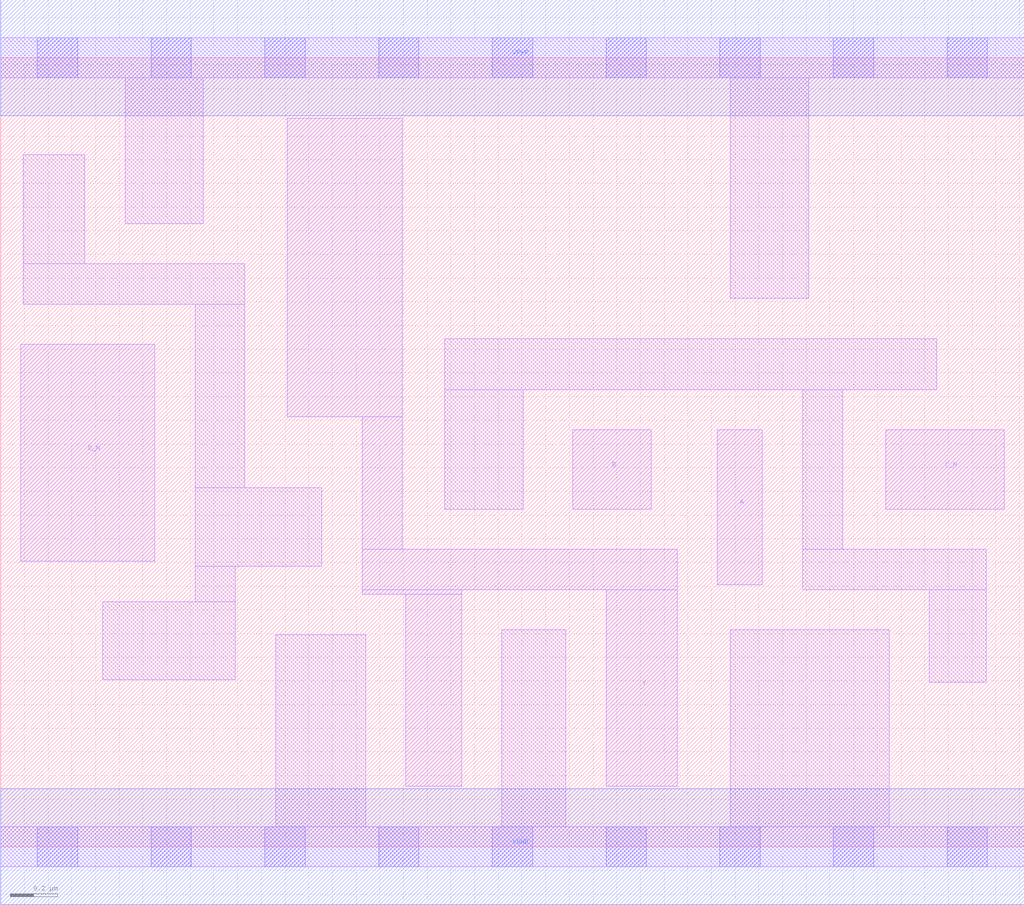
<source format=lef>
# Copyright 2020 The SkyWater PDK Authors
#
# Licensed under the Apache License, Version 2.0 (the "License");
# you may not use this file except in compliance with the License.
# You may obtain a copy of the License at
#
#     https://www.apache.org/licenses/LICENSE-2.0
#
# Unless required by applicable law or agreed to in writing, software
# distributed under the License is distributed on an "AS IS" BASIS,
# WITHOUT WARRANTIES OR CONDITIONS OF ANY KIND, either express or implied.
# See the License for the specific language governing permissions and
# limitations under the License.
#
# SPDX-License-Identifier: Apache-2.0

VERSION 5.7 ;
  NAMESCASESENSITIVE ON ;
  NOWIREEXTENSIONATPIN ON ;
  DIVIDERCHAR "/" ;
  BUSBITCHARS "[]" ;
UNITS
  DATABASE MICRONS 200 ;
END UNITS
MACRO sky130_fd_sc_lp__nor4bb_1
  CLASS CORE ;
  FOREIGN sky130_fd_sc_lp__nor4bb_1 ;
  ORIGIN  0.000000  0.000000 ;
  SIZE  4.320000 BY  3.330000 ;
  SYMMETRY X Y R90 ;
  SITE unit ;
  PIN A
    ANTENNAGATEAREA  0.315000 ;
    DIRECTION INPUT ;
    USE SIGNAL ;
    PORT
      LAYER li1 ;
        RECT 3.025000 1.105000 3.215000 1.760000 ;
    END
  END A
  PIN B
    ANTENNAGATEAREA  0.315000 ;
    DIRECTION INPUT ;
    USE SIGNAL ;
    PORT
      LAYER li1 ;
        RECT 2.415000 1.425000 2.745000 1.760000 ;
    END
  END B
  PIN C_N
    ANTENNAGATEAREA  0.126000 ;
    DIRECTION INPUT ;
    USE SIGNAL ;
    PORT
      LAYER li1 ;
        RECT 3.735000 1.425000 4.235000 1.760000 ;
    END
  END C_N
  PIN D_N
    ANTENNAGATEAREA  0.126000 ;
    DIRECTION INPUT ;
    USE SIGNAL ;
    PORT
      LAYER li1 ;
        RECT 0.085000 1.205000 0.650000 2.120000 ;
    END
  END D_N
  PIN Y
    ANTENNADIFFAREA  0.842100 ;
    DIRECTION OUTPUT ;
    USE SIGNAL ;
    PORT
      LAYER li1 ;
        RECT 1.210000 1.815000 1.695000 3.075000 ;
        RECT 1.525000 1.065000 1.945000 1.085000 ;
        RECT 1.525000 1.085000 2.855000 1.255000 ;
        RECT 1.525000 1.255000 1.695000 1.815000 ;
        RECT 1.710000 0.255000 1.945000 1.065000 ;
        RECT 2.555000 0.255000 2.855000 1.085000 ;
    END
  END Y
  PIN VGND
    DIRECTION INOUT ;
    USE GROUND ;
    PORT
      LAYER met1 ;
        RECT 0.000000 -0.245000 4.320000 0.245000 ;
    END
  END VGND
  PIN VPWR
    DIRECTION INOUT ;
    USE POWER ;
    PORT
      LAYER met1 ;
        RECT 0.000000 3.085000 4.320000 3.575000 ;
    END
  END VPWR
  OBS
    LAYER li1 ;
      RECT 0.000000 -0.085000 4.320000 0.085000 ;
      RECT 0.000000  3.245000 4.320000 3.415000 ;
      RECT 0.095000  2.290000 1.030000 2.460000 ;
      RECT 0.095000  2.460000 0.355000 2.920000 ;
      RECT 0.430000  0.705000 0.990000 1.035000 ;
      RECT 0.525000  2.630000 0.855000 3.245000 ;
      RECT 0.820000  1.035000 0.990000 1.185000 ;
      RECT 0.820000  1.185000 1.355000 1.515000 ;
      RECT 0.820000  1.515000 1.030000 2.290000 ;
      RECT 1.160000  0.085000 1.540000 0.895000 ;
      RECT 1.875000  1.425000 2.205000 1.930000 ;
      RECT 1.875000  1.930000 3.950000 2.145000 ;
      RECT 2.115000  0.085000 2.385000 0.915000 ;
      RECT 3.080000  0.085000 3.750000 0.915000 ;
      RECT 3.080000  2.315000 3.410000 3.245000 ;
      RECT 3.385000  1.085000 4.160000 1.255000 ;
      RECT 3.385000  1.255000 3.555000 1.930000 ;
      RECT 3.920000  0.695000 4.160000 1.085000 ;
    LAYER mcon ;
      RECT 0.155000 -0.085000 0.325000 0.085000 ;
      RECT 0.155000  3.245000 0.325000 3.415000 ;
      RECT 0.635000 -0.085000 0.805000 0.085000 ;
      RECT 0.635000  3.245000 0.805000 3.415000 ;
      RECT 1.115000 -0.085000 1.285000 0.085000 ;
      RECT 1.115000  3.245000 1.285000 3.415000 ;
      RECT 1.595000 -0.085000 1.765000 0.085000 ;
      RECT 1.595000  3.245000 1.765000 3.415000 ;
      RECT 2.075000 -0.085000 2.245000 0.085000 ;
      RECT 2.075000  3.245000 2.245000 3.415000 ;
      RECT 2.555000 -0.085000 2.725000 0.085000 ;
      RECT 2.555000  3.245000 2.725000 3.415000 ;
      RECT 3.035000 -0.085000 3.205000 0.085000 ;
      RECT 3.035000  3.245000 3.205000 3.415000 ;
      RECT 3.515000 -0.085000 3.685000 0.085000 ;
      RECT 3.515000  3.245000 3.685000 3.415000 ;
      RECT 3.995000 -0.085000 4.165000 0.085000 ;
      RECT 3.995000  3.245000 4.165000 3.415000 ;
  END
END sky130_fd_sc_lp__nor4bb_1
END LIBRARY

</source>
